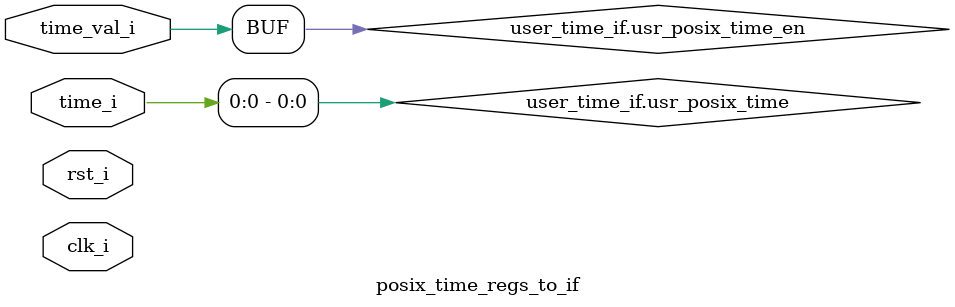
<source format=sv>
module posix_time_regs_to_if(
 
  input                     clk_i,
  input                     rst_i,
  
  input  [31:0]             time_i,
  input                     time_val_i,

  posix_time_ctrl_if.out    user_time_if

); 

assign user_time_if.usr_posix_time    = time_i;
assign user_time_if.usr_posix_time_en = time_val_i;

endmodule

</source>
